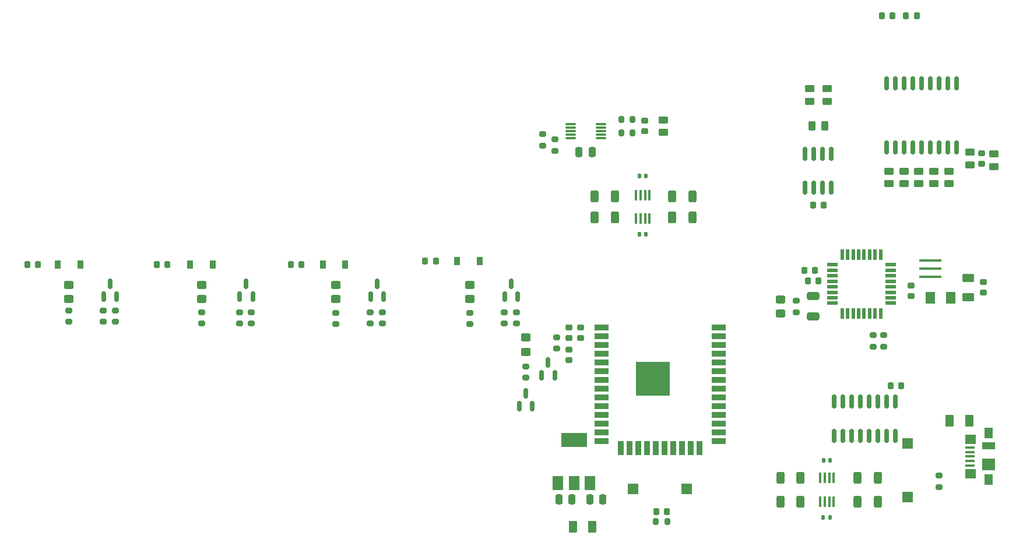
<source format=gbr>
%TF.GenerationSoftware,KiCad,Pcbnew,(6.0.1)*%
%TF.CreationDate,2022-05-13T18:05:17+02:00*%
%TF.ProjectId,RV_main_pcb_ESP32,52565f6d-6169-46e5-9f70-63625f455350,rev?*%
%TF.SameCoordinates,PX3d58588PY82b3790*%
%TF.FileFunction,Paste,Top*%
%TF.FilePolarity,Positive*%
%FSLAX46Y46*%
G04 Gerber Fmt 4.6, Leading zero omitted, Abs format (unit mm)*
G04 Created by KiCad (PCBNEW (6.0.1)) date 2022-05-13 18:05:17*
%MOMM*%
%LPD*%
G01*
G04 APERTURE LIST*
G04 Aperture macros list*
%AMRoundRect*
0 Rectangle with rounded corners*
0 $1 Rounding radius*
0 $2 $3 $4 $5 $6 $7 $8 $9 X,Y pos of 4 corners*
0 Add a 4 corners polygon primitive as box body*
4,1,4,$2,$3,$4,$5,$6,$7,$8,$9,$2,$3,0*
0 Add four circle primitives for the rounded corners*
1,1,$1+$1,$2,$3*
1,1,$1+$1,$4,$5*
1,1,$1+$1,$6,$7*
1,1,$1+$1,$8,$9*
0 Add four rect primitives between the rounded corners*
20,1,$1+$1,$2,$3,$4,$5,0*
20,1,$1+$1,$4,$5,$6,$7,0*
20,1,$1+$1,$6,$7,$8,$9,0*
20,1,$1+$1,$8,$9,$2,$3,0*%
G04 Aperture macros list end*
%ADD10RoundRect,0.225000X0.225000X0.250000X-0.225000X0.250000X-0.225000X-0.250000X0.225000X-0.250000X0*%
%ADD11RoundRect,0.250000X0.450000X-0.262500X0.450000X0.262500X-0.450000X0.262500X-0.450000X-0.262500X0*%
%ADD12RoundRect,0.250001X-0.462499X-0.624999X0.462499X-0.624999X0.462499X0.624999X-0.462499X0.624999X0*%
%ADD13R,0.900000X1.200000*%
%ADD14RoundRect,0.200000X0.275000X-0.200000X0.275000X0.200000X-0.275000X0.200000X-0.275000X-0.200000X0*%
%ADD15RoundRect,0.250000X-0.312500X-0.625000X0.312500X-0.625000X0.312500X0.625000X-0.312500X0.625000X0*%
%ADD16RoundRect,0.140000X0.140000X0.170000X-0.140000X0.170000X-0.140000X-0.170000X0.140000X-0.170000X0*%
%ADD17RoundRect,0.250000X-0.625000X0.375000X-0.625000X-0.375000X0.625000X-0.375000X0.625000X0.375000X0*%
%ADD18RoundRect,0.250000X-0.450000X0.325000X-0.450000X-0.325000X0.450000X-0.325000X0.450000X0.325000X0*%
%ADD19RoundRect,0.225000X-0.225000X-0.250000X0.225000X-0.250000X0.225000X0.250000X-0.225000X0.250000X0*%
%ADD20RoundRect,0.200000X0.200000X0.275000X-0.200000X0.275000X-0.200000X-0.275000X0.200000X-0.275000X0*%
%ADD21RoundRect,0.150000X-0.150000X0.875000X-0.150000X-0.875000X0.150000X-0.875000X0.150000X0.875000X0*%
%ADD22RoundRect,0.250000X-0.450000X0.262500X-0.450000X-0.262500X0.450000X-0.262500X0.450000X0.262500X0*%
%ADD23RoundRect,0.150000X0.150000X-0.825000X0.150000X0.825000X-0.150000X0.825000X-0.150000X-0.825000X0*%
%ADD24RoundRect,0.250000X-0.250000X-0.475000X0.250000X-0.475000X0.250000X0.475000X-0.250000X0.475000X0*%
%ADD25RoundRect,0.150000X0.150000X-0.587500X0.150000X0.587500X-0.150000X0.587500X-0.150000X-0.587500X0*%
%ADD26RoundRect,0.200000X-0.275000X0.200000X-0.275000X-0.200000X0.275000X-0.200000X0.275000X0.200000X0*%
%ADD27R,0.550000X1.600000*%
%ADD28R,1.600000X0.550000*%
%ADD29RoundRect,0.200000X-0.200000X-0.275000X0.200000X-0.275000X0.200000X0.275000X-0.200000X0.275000X0*%
%ADD30R,0.300000X1.600000*%
%ADD31RoundRect,0.225000X0.250000X-0.225000X0.250000X0.225000X-0.250000X0.225000X-0.250000X-0.225000X0*%
%ADD32RoundRect,0.250000X0.250000X0.475000X-0.250000X0.475000X-0.250000X-0.475000X0.250000X-0.475000X0*%
%ADD33R,1.500000X1.500000*%
%ADD34RoundRect,0.225000X-0.250000X0.225000X-0.250000X-0.225000X0.250000X-0.225000X0.250000X0.225000X0*%
%ADD35RoundRect,0.250000X-0.375000X-0.625000X0.375000X-0.625000X0.375000X0.625000X-0.375000X0.625000X0*%
%ADD36RoundRect,0.075000X-0.650000X-0.075000X0.650000X-0.075000X0.650000X0.075000X-0.650000X0.075000X0*%
%ADD37R,1.380000X0.450000*%
%ADD38R,1.550000X1.425000*%
%ADD39R,1.900000X1.000000*%
%ADD40R,1.300000X1.650000*%
%ADD41R,1.900000X1.800000*%
%ADD42R,2.000000X0.900000*%
%ADD43R,0.900000X2.000000*%
%ADD44R,5.000000X5.000000*%
%ADD45RoundRect,0.250000X0.262500X0.450000X-0.262500X0.450000X-0.262500X-0.450000X0.262500X-0.450000X0*%
%ADD46RoundRect,0.250000X-0.650000X0.325000X-0.650000X-0.325000X0.650000X-0.325000X0.650000X0.325000X0*%
%ADD47RoundRect,0.250000X0.450000X-0.325000X0.450000X0.325000X-0.450000X0.325000X-0.450000X-0.325000X0*%
%ADD48R,3.200000X0.400000*%
%ADD49R,1.500000X2.000000*%
%ADD50R,3.800000X2.000000*%
G04 APERTURE END LIST*
D10*
%TO.C,C18*%
X130700000Y22300000D03*
X129150000Y22300000D03*
%TD*%
D11*
%TO.C,R17*%
X119925000Y63637500D03*
X119925000Y65462500D03*
%TD*%
D12*
%TO.C,D3*%
X137912500Y35100000D03*
X134937500Y35100000D03*
%TD*%
D13*
%TO.C,D4*%
X46675000Y39950000D03*
X49975000Y39950000D03*
%TD*%
D14*
%TO.C,R18*%
X53575000Y31375000D03*
X53575000Y33025000D03*
%TD*%
D11*
%TO.C,R7*%
X96175000Y59137500D03*
X96175000Y60962500D03*
%TD*%
D15*
%TO.C,R35*%
X97462500Y49800000D03*
X100387500Y49800000D03*
%TD*%
D16*
%TO.C,C24*%
X93655000Y52800000D03*
X92695000Y52800000D03*
%TD*%
%TO.C,C25*%
X92695000Y44300000D03*
X93655000Y44300000D03*
%TD*%
D14*
%TO.C,R20*%
X74825000Y31375000D03*
X74825000Y33025000D03*
%TD*%
D10*
%TO.C,C28*%
X5350000Y39950000D03*
X3800000Y39950000D03*
%TD*%
D17*
%TO.C,F6*%
X140425000Y38000000D03*
X140425000Y35200000D03*
%TD*%
D18*
%TO.C,D5*%
X68075000Y36975000D03*
X68075000Y34925000D03*
%TD*%
D19*
%TO.C,C13*%
X117150000Y37600000D03*
X118700000Y37600000D03*
%TD*%
D20*
%TO.C,R8*%
X91700000Y61050000D03*
X90050000Y61050000D03*
%TD*%
D21*
%TO.C,U3*%
X138755000Y66250000D03*
X137485000Y66250000D03*
X136215000Y66250000D03*
X134945000Y66250000D03*
X133675000Y66250000D03*
X132405000Y66250000D03*
X131135000Y66250000D03*
X129865000Y66250000D03*
X128595000Y66250000D03*
X128595000Y56950000D03*
X129865000Y56950000D03*
X131135000Y56950000D03*
X132405000Y56950000D03*
X133675000Y56950000D03*
X134945000Y56950000D03*
X136215000Y56950000D03*
X137485000Y56950000D03*
X138755000Y56950000D03*
%TD*%
D22*
%TO.C,R6*%
X128925000Y53512500D03*
X128925000Y51687500D03*
%TD*%
D23*
%TO.C,U7*%
X120980000Y20025000D03*
X122250000Y20025000D03*
X123520000Y20025000D03*
X124790000Y20025000D03*
X126060000Y20025000D03*
X127330000Y20025000D03*
X128600000Y20025000D03*
X129870000Y20025000D03*
X129870000Y15075000D03*
X128600000Y15075000D03*
X127330000Y15075000D03*
X126060000Y15075000D03*
X124790000Y15075000D03*
X123520000Y15075000D03*
X122250000Y15075000D03*
X120980000Y15075000D03*
%TD*%
D24*
%TO.C,C1*%
X85475000Y5800000D03*
X87375000Y5800000D03*
%TD*%
D11*
%TO.C,R16*%
X117425000Y63637500D03*
X117425000Y65462500D03*
%TD*%
D25*
%TO.C,Q2*%
X53625000Y35262500D03*
X55525000Y35262500D03*
X54575000Y37137500D03*
%TD*%
D10*
%TO.C,C22*%
X96700000Y4045000D03*
X95150000Y4045000D03*
%TD*%
D25*
%TO.C,Q1*%
X75225000Y19357500D03*
X77125000Y19357500D03*
X76175000Y21232500D03*
%TD*%
D26*
%TO.C,R19*%
X126675000Y29675000D03*
X126675000Y28025000D03*
%TD*%
D19*
%TO.C,C7*%
X131400000Y76050000D03*
X132950000Y76050000D03*
%TD*%
D11*
%TO.C,R3*%
X135437499Y51687500D03*
X135437499Y53512500D03*
%TD*%
D27*
%TO.C,U6*%
X127725000Y32850000D03*
X126925000Y32850000D03*
X126125000Y32850000D03*
X125325000Y32850000D03*
X124525000Y32850000D03*
X123725000Y32850000D03*
X122925000Y32850000D03*
X122125000Y32850000D03*
D28*
X120675000Y34300000D03*
X120675000Y35100000D03*
X120675000Y35900000D03*
X120675000Y36700000D03*
X120675000Y37500000D03*
X120675000Y38300000D03*
X120675000Y39100000D03*
X120675000Y39900000D03*
D27*
X122125000Y41350000D03*
X122925000Y41350000D03*
X123725000Y41350000D03*
X124525000Y41350000D03*
X125325000Y41350000D03*
X126125000Y41350000D03*
X126925000Y41350000D03*
X127725000Y41350000D03*
D28*
X129175000Y39900000D03*
X129175000Y39100000D03*
X129175000Y38300000D03*
X129175000Y37500000D03*
X129175000Y36700000D03*
X129175000Y35900000D03*
X129175000Y35100000D03*
X129175000Y34300000D03*
%TD*%
D29*
%TO.C,R9*%
X90050000Y59050000D03*
X91700000Y59050000D03*
%TD*%
D15*
%TO.C,R32*%
X86212500Y46800000D03*
X89137500Y46800000D03*
%TD*%
D16*
%TO.C,C26*%
X120405000Y11450000D03*
X119445000Y11450000D03*
%TD*%
D15*
%TO.C,R36*%
X113142500Y5450000D03*
X116067500Y5450000D03*
%TD*%
D10*
%TO.C,C8*%
X129450000Y76050000D03*
X127900000Y76050000D03*
%TD*%
D30*
%TO.C,U9*%
X94150000Y46600000D03*
X93500000Y46600000D03*
X92850000Y46600000D03*
X92200000Y46600000D03*
X92200000Y50000000D03*
X92850000Y50000000D03*
X93500000Y50000000D03*
X94150000Y50000000D03*
%TD*%
D13*
%TO.C,D6*%
X66175000Y40450000D03*
X69475000Y40450000D03*
%TD*%
D15*
%TO.C,R34*%
X97462500Y46800000D03*
X100387500Y46800000D03*
%TD*%
D31*
%TO.C,C5*%
X93425000Y59275000D03*
X93425000Y60825000D03*
%TD*%
D14*
%TO.C,R13*%
X48575000Y31280000D03*
X48575000Y32930000D03*
%TD*%
D20*
%TO.C,R28*%
X96750000Y2550000D03*
X95100000Y2550000D03*
%TD*%
D32*
%TO.C,C6*%
X85825000Y56300000D03*
X83925000Y56300000D03*
%TD*%
D11*
%TO.C,R5*%
X131095833Y51687500D03*
X131095833Y53512500D03*
%TD*%
D23*
%TO.C,U5*%
X116770000Y51075000D03*
X118040000Y51075000D03*
X119310000Y51075000D03*
X120580000Y51075000D03*
X120580000Y56025000D03*
X119310000Y56025000D03*
X118040000Y56025000D03*
X116770000Y56025000D03*
%TD*%
D10*
%TO.C,C12*%
X119450000Y48550000D03*
X117900000Y48550000D03*
%TD*%
D14*
%TO.C,R25*%
X136175000Y9275000D03*
X136175000Y7625000D03*
%TD*%
D33*
%TO.C,SW1*%
X131675000Y13950000D03*
X131675000Y6150000D03*
%TD*%
D14*
%TO.C,R40*%
X16575000Y31625000D03*
X16575000Y33275000D03*
%TD*%
%TO.C,R22*%
X68075000Y31280000D03*
X68075000Y32930000D03*
%TD*%
%TO.C,R42*%
X14825000Y31625000D03*
X14825000Y33275000D03*
%TD*%
D10*
%TO.C,C10*%
X43600000Y39950000D03*
X42050000Y39950000D03*
%TD*%
%TO.C,C23*%
X24100000Y39950000D03*
X22550000Y39950000D03*
%TD*%
D31*
%TO.C,C20*%
X82425000Y29270000D03*
X82425000Y30820000D03*
%TD*%
D18*
%TO.C,D2*%
X48575000Y36975000D03*
X48575000Y34925000D03*
%TD*%
%TO.C,D10*%
X9825000Y36975000D03*
X9825000Y34925000D03*
%TD*%
D14*
%TO.C,R23*%
X73075000Y31375000D03*
X73075000Y33025000D03*
%TD*%
%TO.C,R31*%
X34575000Y31375000D03*
X34575000Y33025000D03*
%TD*%
D34*
%TO.C,C15*%
X132175000Y35325000D03*
X132175000Y36875000D03*
%TD*%
D16*
%TO.C,C27*%
X119375000Y3200000D03*
X120335000Y3200000D03*
%TD*%
D31*
%TO.C,C17*%
X142675000Y35825000D03*
X142675000Y37375000D03*
%TD*%
D25*
%TO.C,Q5*%
X34625000Y35262500D03*
X36525000Y35262500D03*
X35575000Y37137500D03*
%TD*%
D10*
%TO.C,C11*%
X63125000Y40450000D03*
X61575000Y40450000D03*
%TD*%
D26*
%TO.C,R21*%
X128175000Y29675000D03*
X128175000Y28025000D03*
%TD*%
D30*
%TO.C,U10*%
X120900000Y5500000D03*
X120250000Y5500000D03*
X119600000Y5500000D03*
X118950000Y5500000D03*
X118950000Y8900000D03*
X119600000Y8900000D03*
X120250000Y8900000D03*
X120900000Y8900000D03*
%TD*%
D35*
%TO.C,F2*%
X140575000Y17250000D03*
X137775000Y17250000D03*
%TD*%
D36*
%TO.C,U4*%
X82675000Y60300000D03*
X82675000Y59800000D03*
X82675000Y59300000D03*
X82675000Y58800000D03*
X82675000Y58300000D03*
X87075000Y58300000D03*
X87075000Y58800000D03*
X87075000Y59300000D03*
X87075000Y59800000D03*
X87075000Y60300000D03*
%TD*%
D11*
%TO.C,R14*%
X140675000Y54437500D03*
X140675000Y56262500D03*
%TD*%
D31*
%TO.C,C21*%
X84175000Y29270000D03*
X84175000Y30820000D03*
%TD*%
D18*
%TO.C,D1*%
X113175000Y34875000D03*
X113175000Y32825000D03*
%TD*%
D34*
%TO.C,C9*%
X142425000Y56125000D03*
X142425000Y54575000D03*
%TD*%
D26*
%TO.C,R24*%
X115425000Y33025000D03*
X115425000Y34675000D03*
%TD*%
D15*
%TO.C,R39*%
X124392500Y8950000D03*
X127317500Y8950000D03*
%TD*%
D13*
%TO.C,D9*%
X27425000Y39950000D03*
X30725000Y39950000D03*
%TD*%
D14*
%TO.C,R29*%
X36325000Y31375000D03*
X36325000Y33025000D03*
%TD*%
%TO.C,R11*%
X80375000Y56475000D03*
X80375000Y58125000D03*
%TD*%
D34*
%TO.C,C19*%
X82425000Y27570000D03*
X82425000Y26020000D03*
%TD*%
D15*
%TO.C,R33*%
X86212500Y49800000D03*
X89137500Y49800000D03*
%TD*%
D10*
%TO.C,C14*%
X116650000Y39100000D03*
X118200000Y39100000D03*
%TD*%
D37*
%TO.C,J10*%
X140715000Y10750000D03*
X140715000Y11400000D03*
X140715000Y12050000D03*
X140715000Y12700000D03*
X140715000Y13350000D03*
D38*
X140800000Y9562500D03*
D39*
X143375000Y13600000D03*
D38*
X140800000Y14537500D03*
D40*
X143375000Y15425000D03*
X143375000Y8675000D03*
D41*
X143375000Y10900000D03*
%TD*%
D25*
%TO.C,Q6*%
X14875000Y35262500D03*
X16775000Y35262500D03*
X15825000Y37137500D03*
%TD*%
D13*
%TO.C,D11*%
X8175000Y39950000D03*
X11475000Y39950000D03*
%TD*%
D42*
%TO.C,U8*%
X87175000Y30800000D03*
X87175000Y29530000D03*
X87175000Y28260000D03*
X87175000Y26990000D03*
X87175000Y25720000D03*
X87175000Y24450000D03*
X87175000Y23180000D03*
X87175000Y21910000D03*
X87175000Y20640000D03*
X87175000Y19370000D03*
X87175000Y18100000D03*
X87175000Y16830000D03*
X87175000Y15560000D03*
X87175000Y14290000D03*
D43*
X89960000Y13290000D03*
X91230000Y13290000D03*
X92500000Y13290000D03*
X93770000Y13290000D03*
X95040000Y13290000D03*
X96310000Y13290000D03*
X97580000Y13290000D03*
X98850000Y13290000D03*
X100120000Y13290000D03*
X101390000Y13290000D03*
D42*
X104175000Y14290000D03*
X104175000Y15560000D03*
X104175000Y16830000D03*
X104175000Y18100000D03*
X104175000Y19370000D03*
X104175000Y20640000D03*
X104175000Y21910000D03*
X104175000Y23180000D03*
X104175000Y24450000D03*
X104175000Y25720000D03*
X104175000Y26990000D03*
X104175000Y28260000D03*
X104175000Y29530000D03*
X104175000Y30800000D03*
D44*
X94675000Y23300000D03*
%TD*%
D25*
%TO.C,Q3*%
X73125000Y35262500D03*
X75025000Y35262500D03*
X74075000Y37137500D03*
%TD*%
D14*
%TO.C,R12*%
X55325000Y31375000D03*
X55325000Y33025000D03*
%TD*%
D11*
%TO.C,R2*%
X133266666Y51687500D03*
X133266666Y53512500D03*
%TD*%
D14*
%TO.C,R26*%
X76175000Y23470000D03*
X76175000Y25120000D03*
%TD*%
%TO.C,R27*%
X80675000Y27720000D03*
X80675000Y29370000D03*
%TD*%
D45*
%TO.C,R15*%
X119587500Y60050000D03*
X117762500Y60050000D03*
%TD*%
D25*
%TO.C,Q4*%
X78475000Y23857500D03*
X80375000Y23857500D03*
X79425000Y25732500D03*
%TD*%
D11*
%TO.C,R4*%
X137608334Y51687500D03*
X137608334Y53512500D03*
%TD*%
D15*
%TO.C,R37*%
X113142500Y8950000D03*
X116067500Y8950000D03*
%TD*%
D46*
%TO.C,C16*%
X117925000Y32375000D03*
X117925000Y35325000D03*
%TD*%
D26*
%TO.C,R10*%
X78625000Y58875000D03*
X78625000Y57225000D03*
%TD*%
D14*
%TO.C,R41*%
X9825000Y31625000D03*
X9825000Y33275000D03*
%TD*%
D15*
%TO.C,R38*%
X124392500Y5450000D03*
X127317500Y5450000D03*
%TD*%
D33*
%TO.C,SW2*%
X91775000Y7295000D03*
X99575000Y7295000D03*
%TD*%
D47*
%TO.C,D7*%
X76175000Y27270000D03*
X76175000Y29320000D03*
%TD*%
D35*
%TO.C,F3*%
X83025000Y1800000D03*
X85825000Y1800000D03*
%TD*%
D14*
%TO.C,R30*%
X29075000Y31375000D03*
X29075000Y33025000D03*
%TD*%
D48*
%TO.C,Y2*%
X134925000Y40550000D03*
X134925000Y39350000D03*
X134925000Y38150000D03*
%TD*%
D18*
%TO.C,D8*%
X29075000Y36975000D03*
X29075000Y34925000D03*
%TD*%
D11*
%TO.C,R1*%
X144175000Y56012500D03*
X144175000Y54187500D03*
%TD*%
D49*
%TO.C,U1*%
X80875000Y8150000D03*
X83175000Y8150000D03*
X85475000Y8150000D03*
D50*
X83175000Y14450000D03*
%TD*%
D24*
%TO.C,C2*%
X80975000Y5800000D03*
X82875000Y5800000D03*
%TD*%
M02*

</source>
